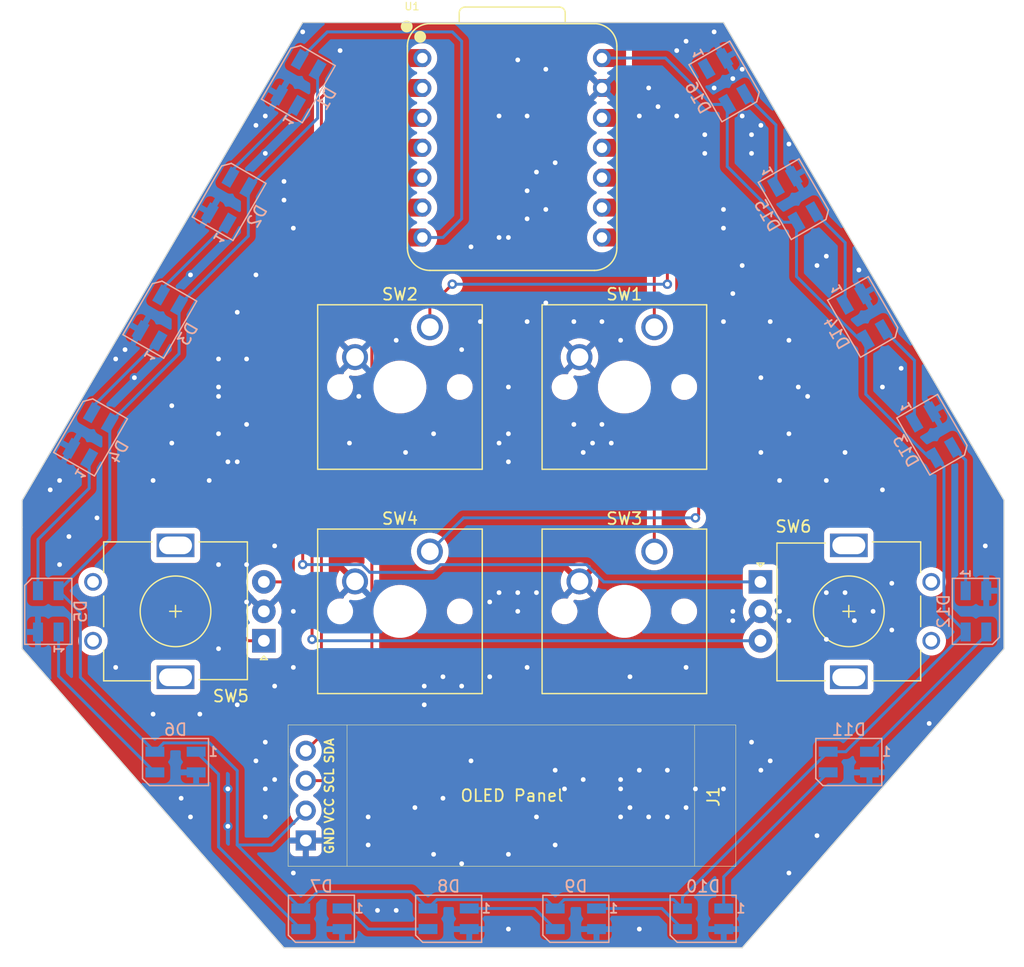
<source format=kicad_pcb>
(kicad_pcb (version 20241229) (generator "pcbnew") (generator_version "9.0")
  (layers (0 "F.Cu" signal) (2 "B.Cu" signal) (13 "F.Paste" user) (15 "B.Paste" user) (5 "F.SilkS" user "F.Silkscreen") (7 "B.SilkS" user "B.Silkscreen") (1 "F.Mask" user) (3 "B.Mask" user) (25 "Edge.Cuts" user))
  (net 0 "")
  (net 1 "GND")
  (net 2 "Net-(D1-DOUT)")
  (net 3 "NEOPIXEL")
  (net 4 "+5V")
  (net 5 "Net-(D2-DOUT)")
  (net 6 "Net-(D3-DOUT)")
  (net 7 "Net-(D4-DOUT)")
  (net 8 "Net-(D5-DOUT)")
  (net 9 "Net-(D6-DOUT)")
  (net 10 "Net-(D7-DOUT)")
  (net 11 "Net-(D8-DOUT)")
  (net 12 "Net-(D10-DIN)")
  (net 13 "Net-(D10-DOUT)")
  (net 14 "Net-(D11-DOUT)")
  (net 15 "Net-(D12-DOUT)")
  (net 16 "INP")
  (net 17 "Net-(D14-DOUT)")
  (net 18 "Net-(D15-DOUT)")
  (net 20 "SDA")
  (net 21 "SCL")
  (net 22 "SWITCH1")
  (net 23 "SWITCH2")
  (net 24 "SWITCH3")
  (net 25 "SWITCH4")
  (net 26 "EN01B")
  (net 27 "EN01A")
  (net 28 "EN02B")
  (net 29 "EN02A")
  (footprint "Rotary_Encoder:RotaryEncoder_Alps_EC11E_Vertical_H20mm" (layer "F.Cu") (at 136.395997 119.175098 180)
    (property "Reference" "SW5")
    (property "Value" "RotaryEncoder")
  )
  (footprint "Button_Switch_Keyboard:SW_Cherry_MX_1.00u_PCB" (layer "F.Cu") (at 169.536 111.5951)
    (property "Reference" "SW3")
    (property "Value" "SW_Push_45deg")
  )
  (footprint "Button_Switch_Keyboard:SW_Cherry_MX_1.00u_PCB" (layer "F.Cu") (at 150.486 111.5951)
    (property "Reference" "SW4")
    (property "Value" "SW_Push_45deg")
  )
  (footprint "Button_Switch_Keyboard:SW_Cherry_MX_1.00u_PCB" (layer "F.Cu") (at 169.536 92.5451)
    (property "Reference" "SW1")
    (property "Value" "SW_Push_45deg")
  )
  (footprint "Rotary_Encoder:RotaryEncoder_Alps_EC11E_Vertical_H20mm" (layer "F.Cu") (at 178.546 114.1751)
    (property "Reference" "SW6")
    (property "Value" "RotaryEncoder")
  )
  (footprint "Seeed Studio XIAO Series Library:XIAO-RP2040-DIP" (layer "F.Cu") (at 157.4696 77.3067)
    (property "Reference" "U1")
    (property "Value" "XIAO-RP2040-DIP")
  )
  (footprint "Button_Switch_Keyboard:SW_Cherry_MX_1.00u_PCB" (layer "F.Cu") (at 150.486 92.5451)
    (property "Reference" "SW2")
    (property "Value" "SW_Push_45deg")
  )
  (footprint "KiCad-SSD1306-0.91-OLED-4pin-128x32.pretty-master:SSD1306-0.91-OLED-4pin-128x32" (layer "F.Cu") (at 176.453897 138.325364 180)
    (property "Reference" "J1")
    (property "Value" "Conn_01x04_Pin")
  )
  (footprint "LED_SMD:LED_SK6812MINI_PLCC4_3.5x3.5mm_P1.75mm" (layer "B.Cu") (at 141.2786 142.7847 180)
    (property "Reference" "D7")
    (property "Value" "SK6812MINI")
  )
  (footprint "LED_SMD:LED_SK6812MINI_PLCC4_3.5x3.5mm_P1.75mm" (layer "B.Cu") (at 162.8786 142.7847 180)
    (property "Reference" "D9")
    (property "Value" "SK6812MINI")
  )
  (footprint "LED_SMD:LED_SK6812MINI_PLCC4_3.5x3.5mm_P1.75mm" (layer "B.Cu") (at 133.4434 81.756097 60)
    (property "Reference" "D2")
    (property "Value" "SK6812MINI")
  )
  (footprint "LED_SMD:LED_SK6812MINI_PLCC4_3.5x3.5mm_P1.75mm" (layer "B.Cu") (at 121.6834 101.756097 60)
    (property "Reference" "D4")
    (property "Value" "SK6812MINI")
  )
  (footprint "LED_SMD:LED_SK6812MINI_PLCC4_3.5x3.5mm_P1.75mm" (layer "B.Cu") (at 152.0786 142.7847 180)
    (property "Reference" "D8")
    (property "Value" "SK6812MINI")
  )
  (footprint "LED_SMD:LED_SK6812MINI_PLCC4_3.5x3.5mm_P1.75mm" (layer "B.Cu") (at 181.4902 81.6739 -60)
    (property "Reference" "D15")
    (property "Value" "SK6812MINI")
  )
  (footprint "LED_SMD:LED_SK6812MINI_PLCC4_3.5x3.5mm_P1.75mm" (layer "B.Cu") (at 173.6786 142.7847 180)
    (property "Reference" "D10")
    (property "Value" "SK6812MINI")
  )
  (footprint "LED_SMD:LED_SK6812MINI_PLCC4_3.5x3.5mm_P1.75mm" (layer "B.Cu") (at 175.6102 71.6739 -60)
    (property "Reference" "D16")
    (property "Value" "SK6812MINI")
  )
  (footprint "LED_SMD:LED_SK6812MINI_PLCC4_3.5x3.5mm_P1.75mm" (layer "B.Cu") (at 196.8376 116.6739 -90)
    (property "Reference" "D12")
    (property "Value" "SK6812MINI")
  )
  (footprint "LED_SMD:LED_SK6812MINI_PLCC4_3.5x3.5mm_P1.75mm" (layer "B.Cu") (at 187.3702 91.6739 -60)
    (property "Reference" "D14")
    (property "Value" "SK6812MINI")
  )
  (footprint "LED_SMD:LED_SK6812MINI_PLCC4_3.5x3.5mm_P1.75mm" (layer "B.Cu") (at 118.096 116.675097 90)
    (property "Reference" "D5")
    (property "Value" "SK6812MINI")
  )
  (footprint "LED_SMD:LED_SK6812MINI_PLCC4_3.5x3.5mm_P1.75mm" (layer "B.Cu") (at 193.2502 101.6739 -60)
    (property "Reference" "D13")
    (property "Value" "SK6812MINI")
  )
  (footprint "LED_SMD:LED_SK6812MINI_PLCC4_3.5x3.5mm_P1.75mm" (layer "B.Cu") (at 186.046 129.4739 180)
    (property "Reference" "D11")
    (property "Value" "SK6812MINI")
  )
  (footprint "LED_SMD:LED_SK6812MINI_PLCC4_3.5x3.5mm_P1.75mm" (layer "B.Cu") (at 127.5634 91.756097 60)
    (property "Reference" "D3")
    (property "Value" "SK6812MINI")
  )
  (footprint "LED_SMD:LED_SK6812MINI_PLCC4_3.5x3.5mm_P1.75mm" (layer "B.Cu") (at 139.3234 71.756097 60)
    (property "Reference" "D1")
    (property "Value" "SK6812MINI")
  )
  (footprint "LED_SMD:LED_SK6812MINI_PLCC4_3.5x3.5mm_P1.75mm" (layer "B.Cu") (at 128.896 129.4751 180)
    (property "Reference" "D6")
    (property "Value" "SK6812MINI")
  )
  (gr_line (start 199.2187 109.5306) (end 199.2187 107.237689) (stroke (width 0.1)) (layer "Edge.Cuts"))
  (gr_line (start 176.9951 145.2471) (end 199.2187 119.8487) (stroke (width 0.1)) (layer "Edge.Cuts"))
  (gr_line (start 196.8376 103.181) (end 199.2187 107.237689) (stroke (width 0.1)) (layer "Edge.Cuts"))
  (gr_line (start 139.691201 66.6708) (end 175.4077 66.6708) (stroke (width 0.1)) (layer "Edge.Cuts"))
  (gr_line (start 199.2187 119.8487) (end 199.2187 109.5306) (stroke (width 0.1)) (layer "Edge.Cuts"))
  (gr_line (start 115.880202 109.5306) (end 115.880202 107.237689) (stroke (width 0.1)) (layer "Edge.Cuts"))
  (gr_line (start 115.8802 119.848702) (end 115.880202 109.5306) (stroke (width 0.1)) (layer "Edge.Cuts"))
  (gr_line (start 118.2613 103.181) (end 115.880202 107.237689) (stroke (width 0.1)) (layer "Edge.Cuts"))
  (gr_line (start 138.103799 145.247098) (end 115.8802 119.848702) (stroke (width 0.1)) (layer "Edge.Cuts"))
  (gr_line (start 138.1038 145.2471) (end 176.9951 145.2471) (stroke (width 0.1)) (layer "Edge.Cuts"))
  (gr_line (start 118.2613 103.181) (end 139.691201 66.6708) (stroke (width 0.1)) (layer "Edge.Cuts"))
  (gr_line (start 196.8376 103.181) (end 175.4077 66.6708) (stroke (width 0.1)) (layer "Edge.Cuts"))
  (via (at 132.5479 101.5936) (size 0.8) (drill 0.4) (layers "F.Cu" "B.Cu") (net 1))
  (via (at 172.2329 133.3416) (size 0.8) (drill 0.4) (layers "F.Cu" "B.Cu") (net 1))
  (via (at 169.0581 134.1353) (size 0.8) (drill 0.4) (layers "F.Cu" "B.Cu") (net 1))
  (via (at 138.8975 138.8975) (size 0.8) (drill 0.4) (layers "F.Cu" "B.Cu") (net 1))
  (via (at 161.1211 78.5763) (size 0.8) (drill 0.4) (layers "F.Cu" "B.Cu") (net 1))
  (via (at 180.9636 117.4676) (size 0.8) (drill 0.4) (layers "F.Cu" "B.Cu") (net 1))
  (via (at 157.1526 103.9747) (size 0.8) (drill 0.4) (layers "F.Cu" "B.Cu") (net 1))
  (via (at 157.1526 97.6251) (size 0.8) (drill 0.4) (layers "F.Cu" "B.Cu") (net 1))
  (via (at 185.7258 103.181) (size 0.8) (drill 0.4) (layers "F.Cu" "B.Cu") (net 1))
  (via (at 163.5022 130.9605) (size 0.8) (drill 0.4) (layers "F.Cu" "B.Cu") (net 1))
  (via (at 176.2014 71.433) (size 0.8) (drill 0.4) (layers "F.Cu" "B.Cu") (net 1))
  (via (at 184.1384 86.5133) (size 0.8) (drill 0.4) (layers "F.Cu" "B.Cu") (net 1))
  (via (at 167.4707 122.2298) (size 0.8) (drill 0.4) (layers "F.Cu" "B.Cu") (net 1))
  (via (at 158.74 80.9574) (size 0.8) (drill 0.4) (layers "F.Cu" "B.Cu") (net 1))
  (via (at 171.4392 69.0519) (size 0.8) (drill 0.4) (layers "F.Cu" "B.Cu") (net 1))
  (via (at 176.2014 89.6881) (size 0.8) (drill 0.4) (layers "F.Cu" "B.Cu") (net 1))
  (via (at 161.9148 131.7542) (size 0.8) (drill 0.4) (layers "F.Cu" "B.Cu") (net 1))
  (via (at 125.4046 96.8314) (size 0.8) (drill 0.4) (layers "F.Cu" "B.Cu") (net 1))
  (via (at 184.1384 105.5621) (size 0.8) (drill 0.4) (layers "F.Cu" "B.Cu") (net 1))
  (via (at 164.2959 102.3873) (size 0.8) (drill 0.4) (layers "F.Cu" "B.Cu") (net 1))
  (via (at 157.9463 115.0865) (size 0.8) (drill 0.4) (layers "F.Cu" "B.Cu") (net 1))
  (via (at 157.1526 143.6597) (size 0.8) (drill 0.4) (layers "F.Cu" "B.Cu") (net 1))
  (via (at 158.74 121.4361) (size 0.8) (drill 0.4) (layers "F.Cu" "B.Cu") (net 1))
  (via (at 159.5337 115.0865) (size 0.8) (drill 0.4) (layers "F.Cu" "B.Cu") (net 1))
  (via (at 134.929 100.7999) (size 0.8) (drill 0.4) (layers "F.Cu" "B.Cu") (net 1))
  (via (at 153.9778 129.3731) (size 0.8) (drill 0.4) (layers "F.Cu" "B.Cu") (net 1))
  (via (at 178.5825 103.181) (size 0.8) (drill 0.4) (layers "F.Cu" "B.Cu") (net 1))
  (via (at 133.3416 103.9747) (size 0.8) (drill 0.4) (layers "F.Cu" "B.Cu") (net 1))
  (via (at 119.055 112.7054) (size 0.8) (drill 0.4) (layers "F.Cu" "B.Cu") (net 1))
  (via (at 153.9778 85.7196) (size 0.8) (drill 0.4) (layers "F.Cu" "B.Cu") (net 1))
  (via (at 169.0581 72.2267) (size 0.8) (drill 0.4) (layers "F.Cu" "B.Cu") (net 1))
  (via (at 132.5479 97.6251) (size 0.8) (drill 0.4) (layers "F.Cu" "B.Cu") (net 1))
  (via (at 188.9006 97.6251) (size 0.8) (drill 0.4) (layers "F.Cu" "B.Cu") (net 1))
  (via (at 142.866 69.0519) (size 0.8) (drill 0.4) (layers "F.Cu" "B.Cu") (net 1))
  (via (at 150.803 137.3101) (size 0.8) (drill 0.4) (layers "F.Cu" "B.Cu") (net 1))
  (via (at 182.551 98.4188) (size 0.8) (drill 0.4) (layers "F.Cu" "B.Cu") (net 1))
  (via (at 162.7085 92.0692) (size 0.8) (drill 0.4) (layers "F.Cu" "B.Cu") (net 1))
  (via (at 188.9006 106.3558) (size 0.8) (drill 0.4) (layers "F.Cu" "B.Cu") (net 1))
  (via (at 183.3447 135.7227) (size 0.8) (drill 0.4) (layers "F.Cu" "B.Cu") (net 1))
  (via (at 123.8172 121.4361) (size 0.8) (drill 0.4) (layers "F.Cu" "B.Cu") (net 1))
  (via (at 148.4219 103.181) (size 0.8) (drill 0.4) (layers "F.Cu" "B.Cu") (net 1))
  (via (at 147.6282 93.6566) (size 0.8) (drill 0.4) (layers "F.Cu" "B.Cu") (net 1))
  (via (at 136.5164 77.7826) (size 0.8) (drill 0.4) (layers "F.Cu" "B.Cu") (net 1))
  (via (at 166.677 93.6566) (size 0.8) (drill 0.4) (layers "F.Cu" "B.Cu") (net 1))
  (via (at 158.74 92.0692) (size 0.8) (drill 0.4) (layers "F.Cu" "B.Cu") (net 1))
  (via (at 156.3589 102.3873) (size 0.8) (drill 0.4) (layers "F.Cu" "B.Cu") (net 1))
  (via (at 134.929 115.8802) (size 0.8) (drill 0.4) (layers "F.Cu" "B.Cu") (net 1))
  (via (at 159.5337 79.37) (size 0.8) (drill 0.4) (layers "F.Cu" "B.Cu") (net 1))
  (via (at 180.9636 101.5936) (size 0.8) (drill 0.4) (layers "F.Cu" "B.Cu") (net 1))
  (via (at 173.8203 77.7826) (size 0.8) (drill 0.4) (layers "F.Cu" "B.Cu") (net 1))
  (via (at 160.3274 70.6393) (size 0.8) (drill 0.4) (layers "F.Cu" "B.Cu") (net 1))
  (via (at 181.7573 97.6251) (size 0.8) (drill 0.4) (layers "F.Cu" "B.Cu") (net 1))
  (via (at 119.055 105.5621) (size 0.8) (drill 0.4) (layers "F.Cu" "B.Cu") (net 1))
  (via (at 175.4077 82.5448) (size 0.8) (drill 0.4) (layers "F.Cu" "B.Cu") (net 1))
  (via (at 137.3101 130.9605) (size 0.8) (drill 0.4) (layers "F.Cu" "B.Cu") (net 1))
  (via (at 167.4707 133.3416) (size 0.8) (drill 0.4) (layers "F.Cu" "B.Cu") (net 1))
  (via (at 173.8203 76.1952) (size 0.8) (drill 0.4) (layers "F.Cu" "B.Cu") (net 1))
  (via (at 160.3274 82.5448) (size 0.8) (drill 0.4) (layers "F.Cu" "B.Cu") (net 1))
  (via (at 132.5479 95.244) (size 0.8) (drill 0.4) (layers "F.Cu" "B.Cu") (net 1))
  (via (at 138.8975 84.1322) (size 0.8) (drill 0.4) (layers "F.Cu" "B.Cu") (net 1))
  (via (at 157.1526 84.9259) (size 0.8) (drill 0.4) (layers "F.Cu" "B.Cu") (net 1))
  (via (at 131.7542 105.5621) (size 0.8) (drill 0.4) (layers "F.Cu" "B.Cu") (net 1))
  (via (at 153.1841 123.0235) (size 0.8) (drill 0.4) (layers "F.Cu" "B.Cu") (net 1))
  (via (at 124.6109 94.4503) (size 0.8) (drill 0.4) (layers "F.Cu" "B.Cu") (net 1))
  (via (at 145.2471 136.5164) (size 0.8) (drill 0.4) (layers "F.Cu" "B.Cu") (net 1))
  (via (at 126.992 125.4046) (size 0.8) (drill 0.4) (layers "F.Cu" "B.Cu") (net 1))
  (via (at 186.5195 117.4676) (size 0.8) (drill 0.4) (layers "F.Cu" "B.Cu") (net 1))
  (via (at 163.5022 103.181) (size 0.8) (drill 0.4) (layers "F.Cu" "B.Cu") (net 1))
  (via (at 171.4392 74.6078) (size 0.8) (drill 0.4) (layers "F.Cu" "B.Cu") (net 1))
  (via (at 128.5794 102.3873) (size 0.8) (drill 0.4) (layers "F.Cu" "B.Cu") (net 1))
  (via (at 176.2014 117.4676) (size 0.8) (drill 0.4) (layers "F.Cu" "B.Cu") (net 1))
  (via (at 172.2329 121.4361) (size 0.8) (drill 0.4) (layers "F.Cu" "B.Cu") (net 1))
  (via (at 134.929 95.244) (size 0.8) (drill 0.4) (layers "F.Cu" "B.Cu") (net 1))
  (via (at 170.6455 134.1353) (size 0.8) (drill 0.4) (layers "F.Cu" "B.Cu") (net 1))
  (via (at 132.5479 119.8487) (size 0.8) (drill 0.4) (layers "F.Cu" "B.Cu") (net 1))
  (via (at 147.6282 142.0723) (size 0.8) (drill 0.4) (layers "F.Cu" "B.Cu") (net 1))
  (via (at 135.7227 129.3731) (size 0.8) (drill 0.4) (layers "F.Cu" "B.Cu") (net 1))
  (via (at 126.992 105.5621) (size 0.8) (drill 0.4) (layers "F.Cu" "B.Cu") (net 1))
  (via (at 186.901437 87.68555) (size 0.8) (drill 0.4) (layers "F.Cu" "B.Cu") (net 1))
  (via (at 155.5652 115.8802) (size 0.8) (drill 0.4) (layers "F.Cu" "B.Cu") (net 1))
  (via (at 166.677 130.9605) (size 0.8) (drill 0.4) (layers "F.Cu" "B.Cu") (net 1))
  (via (at 169.8518 73.8141) (size 0.8) (drill 0.4) (layers "F.Cu" "B.Cu") (net 1))
  (via (at 130.1668 134.1353) (size 0.8) (drill 0.4) (layers "F.Cu" "B.Cu") (net 1))
  (via (at 158.74 83.3385) (size 0.8) (drill 0.4) (layers "F.Cu" "B.Cu") (net 1))
  (via (at 144.4534 98.4188) (size 0.8) (drill 0.4) (layers "F.Cu" "B.Cu") (net 1))
  (via (at 189.6943 118.2613) (size 0.8) (drill 0.4) (layers "F.Cu" "B.Cu") (net 1))
  (via (at 159.5337 134.1353) (size 0.8) (drill 0.4) (layers "F.Cu" "B.Cu") (net 1))
  (via (at 192.8691 126.1983) (size 0.8) (drill 0.4) (layers "F.Cu" "B.Cu") (net 1))
  (via (at 128.5794 99.2125) (size 0.8) (drill 0.4) (layers "F.Cu" "B.Cu") (net 1))
  (via (at 151.5967 122.2298) (size 0.8) (drill 0.4) (layers "F.Cu" "B.Cu") (net 1))
  (via (at 150.0093 123.0235) (size 0.8) (drill 0.4) (layers "F.Cu" "B.Cu") (net 1))
  (via (at 173.0266 131.7542) (size 0.8) (drill 0.4) (layers "F.Cu" "B.Cu") (net 1))
  (via (at 132.5479 98.4188) (size 0.8) (drill 0.4) (layers "F.Cu" "B.Cu") (net 1))
  (via (at 177.7888 127.7857) (size 0.8) (drill 0.4) (layers "F.Cu" "B.Cu") (net 1))
  (via (at 153.1841 138.1038) (size 0.8) (drill 0.4) (layers "F.Cu" "B.Cu") (net 1))
  (via (at 165.0896 92.0692) (size 0.8) (drill 0.4) (layers "F.Cu" "B.Cu") (net 1))
  (via (at 176.2014 116.6739) (size 0.8) (drill 0.4) (layers "F.Cu" "B.Cu") (net 1))
  (via (at 190.488 96.0377) (size 0.8) (drill 0.4) (layers "F.Cu" "B.Cu") (net 1))
  (via (at 170.6455 130.1668) (size 0.8) (drill 0.4) (layers "F.Cu" "B.Cu") (net 1))
  (via (at 133.3416 134.929) (size 0.8) (drill 0.4) (layers "F.Cu" "B.Cu") (net 1))
  (via (at 157.1526 101.5936) (size 0.8) (drill 0.4) (layers "F.Cu" "B.Cu") (net 1))
  (via (at 136.5164 131.7542) (size 0.8) (drill 0.4) (layers "F.Cu" "B.Cu") (net 1))
  (via (at 138.1038 80.1637) (size 0.8) (drill 0.4) (layers "F.Cu" "B.Cu") (net 1))
  (via (at 166.677 131.7542) (size 0.8) (drill 0.4) (layers "F.Cu" "B.Cu") (net 1))
  (via (at 149.2156 133.3416) (size 0.8) (drill 0.4) (layers "F.Cu" "B.Cu") (net 1))
  (via (at 133.3416 131.7542) (size 0.8) (drill 0.4) (layers "F.Cu" "B.Cu") (net 1))
  (via (at 135.7227 75.4015) (size 0.8) (drill 0.4) (layers "F.Cu" "B.Cu") (net 1))
  (via (at 180.9636 138.8975) (size 0.8) (drill 0.4) (layers "F.Cu" "B.Cu") (net 1))
  (via (at 166.677 134.1353) (size 0.8) (drill 0.4) (layers "F.Cu" "B.Cu") (net 1))
  (via (at 130.1668 88.1007) (size 0.8) (drill 0.4) (layers "F.Cu" "B.Cu") (net 1))
  (via (at 179.3762 129.3731) (size 0.8) (drill 0.4) (layers "F.Cu" "B.Cu") (net 1))
  (via (at 180.1699 116.6739) (size 0.8) (drill 0.4) (layers "F.Cu" "B.Cu") (net 1))
  (via (at 175.4077 84.1322) (size 0.8) (drill 0.4) (layers "F.Cu" "B.Cu") (net 1))
  (via (at 154.7715 92.0692) (size 0.8) (drill 0.4) (layers "F.Cu" "B.Cu") (net 1))
  (via (at 153.1841 94.4503) (size 0.8) (drill 0.4) (layers "F.Cu" "B.Cu") (net 1))
  (via (at 161.1211 130.1668) (size 0.8) (drill 0.4) (layers "F.Cu" "B.Cu") (net 1))
  (via (at 189.6943 114.2928) (size 0.8) (drill 0.4) (layers "F.Cu" "B.Cu") (net 1))
  (via (at 158.74 74.6078) (size 0.8) (drill 0.4) (layers "F.Cu" "B.Cu") (net 1))
  (via (at 162.7085 100.7999) (size 0.8) (drill 0.4) (layers "F.Cu" "B.Cu") (net 1))
  (via (at 134.1353 91.2755) (size 0.8) (drill 0.4) (layers "F.Cu" "B.Cu") (net 1))
  (via (at 136.5164 127.7857) (size 0.8) (drill 0.4) (layers "F.Cu" "B.Cu") (net 1))
  (via (at 134.1353 103.9747) (size 0.8) (drill 0.4) (layers "F.Cu" "B.Cu") (net 1))
  (via (at 130.9605 125.4046) (size 0.8) (drill 0.4) (layers "F.Cu" "B.Cu") (net 1))
  (via (at 172.2329 68.2582) (size 0.8) (drill 0.4) (layers "F.Cu" "B.Cu") (net 1))
  (via (at 176.9951 74.6078) (size 0.8) (drill 0.4) (layers "F.Cu" "B.Cu") (net 1))
  (via (at 137.3101 111.118) (size 0.8) (drill 0.4) (layers "F.Cu" "B.Cu") (net 1))
  (via (at 165.8833 102.3873) (size 0.8) (drill 0.4) (layers "F.Cu" "B.Cu") (net 1))
  (via (at 150.803 101.5936) (size 0.8) (drill 0.4) (layers "F.Cu" "B.Cu") (net 1))
  (via (at 175.4077 92.0692) (size 0.8) (drill 0.4) (layers "F.Cu" "B.Cu") (net 1))
  (via (at 177.7888 77.7826) (size 0.8) (drill 0.4) (layers "F.Cu" "B.Cu") (net 1))
  (via (at 123.8172 95.244) (size 0.8) (drill 0.4) (layers "F.Cu" "B.Cu") (net 1))
  (via (at 180.1699 105.5621) (size 0.8) (drill 0.4) (layers "F.Cu" "B.Cu") (net 1))
  (via (at 155.5652 122.2298) (size 0.8) (drill 0.4) (layers "F.Cu" "B.Cu") (net 1))
  (via (at 185.7258 115.0865) (size 0.8) (drill 0.4) (layers "F.Cu" "B.Cu") (net 1))
  (via (at 178.5825 75.4015) (size 0.8) (drill 0.4) (layers "F.Cu" "B.Cu") (net 1))
  (via (at 178.5825 130.1668) (size 0.8) (drill 0.4) (layers "F.Cu" "B.Cu") (net 1))
  (via (at 129.3731 132.5479) (size 0.8) (drill 0.4) (layers "F.Cu" "B.Cu") (net 1))
  (via (at 157.9463 69.8456) (size 0.8) (drill 0.4) (layers "F.Cu" "B.Cu") (net 1))
  (via (at 145.2471 134.1353) (size 0.8) (drill 0.4) (layers "F.Cu" "B.Cu") (net 1))
  (via (at 138.8975 121.4361) (size 0.8) (drill 0.4) (layers "F.Cu" "B.Cu") (net 1))
  (via (at 138.1038 81.7511) (size 0.8) (drill 0.4) (layers "F.Cu" "B.Cu") (net 1))
  (via (at 188.1069 116.6739) (size 0.8) (drill 0.4) (layers "F.Cu" "B.Cu") (net 1))
  (via (at 156.3589 84.9259) (size 0.8) (drill 0.4) (layers "F.Cu" "B.Cu") (net 1))
  (via (at 136.5164 134.1353) (size 0.8) (drill 0.4) (layers "F.Cu" "B.Cu") (net 1))
  (via (at 165.0896 100.7999) (size 0.8) (drill 0.4) (layers "F.Cu" "B.Cu") (net 1))
  (via (at 156.3589 115.0865) (size 0.8) (drill 0.4) (layers "F.Cu" "B.Cu") (net 1))
  (via (at 118.2613 106.3558) (size 0.8) (drill 0.4) (layers "F.Cu" "B.Cu") (net 1))
  (via (at 179.3762 92.0692) (size 0.8) (drill 0.4) (layers "F.Cu" "B.Cu") (net 1))
  (via (at 138.8975 116.6739) (size 0.8) (drill 0.4) (layers "F.Cu" "B.Cu") (net 1))
  (via (at 180.9636 93.6566) (size 0.8) (drill 0.4) (layers "F.Cu" "B.Cu") (net 1))
  (via (at 197.6313 111.118) (size 0.8) (drill 0.4) (layers "F.Cu" "B.Cu") (net 1))
  (via (at 132.5479 112.7054) (size 0.8) (drill 0.4) (layers "F.Cu" "B.Cu") (net 1))
  (via (at 119.8487 110.3243) (size 0.8) (drill 0.4) (layers "F.Cu" "B.Cu") (net 1))
  (via (at 160.3274 90.4818) (size 0.8) (drill 0.4) (layers "F.Cu" "B.Cu") (net 1))
  (via (at 146.0408 142.0723) (size 0.8) (drill 0.4) (layers "F.Cu" "B.Cu") (net 1))
  (via (at 176.9951 70.6393) (size 0.8) (drill 0.4) (layers "F.Cu" "B.Cu") (net 1))
  (via (at 178.5825 96.8314) (size 0.8) (drill 0.4) (layers "F.Cu" "B.Cu") (net 1))
  (via (at 134.929 112.7054) (size 0.8) (drill 0.4) (layers "F.Cu" "B.Cu") (net 1))
  (via (at 183.3447 87.307) (size 0.8) (drill 0.4) (layers "F.Cu" "B.Cu") (net 1))
  (via (at 180.9636 76.9889) (size 0.8) (drill 0.4) (layers "F.Cu" "B.Cu") (net 1))
  (via (at 161.1211 136.5164) (size 0.8) (drill 0.4) (layers "F.Cu" "B.Cu") (net 1))
  (via (at 168.2644 143.6597) (size 0.8) (drill 0.4) (layers "F.Cu" "B.Cu") (net 1))
  (via (at 137.3101 123.0235) (size 0.8) (drill 0.4) (layers "F.Cu" "B.Cu") (net 1))
  (via (at 156.3589 74.6078) (size 0.8) (drill 0.4) (layers "F.Cu" "B.Cu") (net 1))
  (via (at 134.1353 124.6109) (size 0.8) (drill 0.4) (layers "F.Cu" "B.Cu") (net 1))
  (via (at 157.9463 116.6739) (size 0.8) (drill 0.4) (layers "F.Cu" "B.Cu") (net 1))
  (via (at 174.614 72.2267) (size 0.8) (drill 0.4) (layers "F.Cu" "B.Cu") (net 1))
  (via (at 122.2298 108.7369) (size 0.8) (drill 0.4) (layers "F.Cu" "B.Cu") (net 1))
  (via (at 151.5967 132.5479) (size 0.8) (drill 0.4) (layers "F.Cu" "B.Cu") (net 1))
  (via (at 177.7888 76.1952) (size 0.8) (drill 0.4) (layers "F.Cu" "B.Cu") (net 1))
  (via (at 168.2644 74.6078) (size 0.8) (drill 0.4) (layers "F.Cu" "B.Cu") (net 1))
  (via (at 150.0093 124.6109) (size 0.8) (drill 0.4) (layers "F.Cu" "B.Cu") (net 1))
  (via (at 157.1526 137.3101) (size 0.8) (drill 0.4) (layers "F.Cu" "B.Cu") (net 1))
  (via (at 176.9951 87.307) (size 0.8) (drill 0.4) (layers "F.Cu" "B.Cu") (net 1))
  (via (at 174.614 67.4645) (size 0.8) (drill 0.4) (layers "F.Cu" "B.Cu") (net 1))
  (via (at 143.6597 102.3873) (size 0.8) (drill 0.4) (layers "F.Cu" "B.Cu") (net 1))
  (via (at 139.6912 67.4645) (size 0.8) (drill 0.4) (layers "F.Cu" "B.Cu") (net 1))
  (via (at 184.1384 119.055) (size 0.8) (drill 0.4) (layers "F.Cu" "B.Cu") (net 1))
  (via (at 135.7227 88.1007) (size 0.8) (drill 0.4) (layers "F.Cu" "B.Cu") (net 1))
  (via (at 175.4077 131.7542) (size 0.8) (drill 0.4) (layers "F.Cu" "B.Cu") (net 1))
  (via (at 184.1384 115.0865) (size 0.8) (drill 0.4) (layers "F.Cu" "B.Cu") (net 1))
  (via (at 136.5164 74.6078) (size 0.8) (drill 0.4) (layers "F.Cu" "B.Cu") (net 1))
  (via (at 168.2644 130.1668) (size 0.8) (drill 0.4) (layers "F.Cu" "B.Cu") (net 1))
  (segment (start 133.560628 79.354685) (end 133.560628 79.803053) (width 0.25) (layer "B.Cu") (net 2))
  (segment (start 139.206172 73.709141) (end 133.560628 79.354685) (width 0.25) (layer "B.Cu") (net 2))
  (segment (start 153.1841 83.3385) (end 151.5959 84.9267) (width 0.25) (layer "B.Cu") (net 3))
  (segment (start 153.1841 68.2582) (end 153.1841 83.3385) (width 0.25) (layer "B.Cu") (net 3))
  (segment (start 152.3904 67.4645) (end 153.1841 68.2582) (width 0.25) (layer "B.Cu") (net 3))
  (segment (start 139.440628 69.803053) (end 141.779181 67.4645) (width 0.25) (layer "B.Cu") (net 3))
  (segment (start 151.5959 84.9267) (end 149.8496 84.9267) (width 0.25) (layer "B.Cu") (net 3))
  (segment (start 141.779181 67.4645) (end 152.3904 67.4645) (width 0.25) (layer "B.Cu") (net 3))
  (segment (start 118.971 114.925097) (end 123.316176 110.579921) (width 0.25) (layer "B.Cu") (net 4))
  (segment (start 127.896996 127.849101) (end 127.145998 128.600099) (width 0.25) (layer "B.Cu") (net 4))
  (segment (start 195.962599 118.423901) (end 185.7876 128.5989) (width 0.25) (layer "B.Cu") (net 4))
  (segment (start 171.1776 141.1587) (end 161.8796 141.1587) (width 0.25) (layer "B.Cu") (net 4))
  (segment (start 160.3776 141.1587) (end 151.0796 141.1587) (width 0.25) (layer "B.Cu") (net 4))
  (segment (start 193.367428 103.626946) (end 192.87668 103.626946) (width 0.25) (layer "B.Cu") (net 4))
  (segment (start 123.316176 110.579921) (end 123.316176 100.678051) (width 0.25) (layer "B.Cu") (net 4))
  (segment (start 148.9038 140.4849) (end 140.9534 140.4849) (width 0.25) (layer "B.Cu") (net 4))
  (segment (start 193.367428 103.626946) (end 194.122 104.381518) (width 0.25) (layer "B.Cu") (net 4))
  (segment (start 184.296 128.5989) (end 171.9286 140.9663) (width 0.25) (layer "B.Cu") (net 4))
  (segment (start 161.1286 141.9097) (end 160.3776 141.1587) (width 0.25) (layer "B.Cu") (net 4))
  (segment (start 174.426846 73.626946) (end 175.727428 73.626946) (width 0.25) (layer "B.Cu") (net 4))
  (segment (start 161.8796 141.1587) (end 161.1286 141.9097) (width 0.25) (layer "B.Cu") (net 4))
  (segment (start 192.87668 103.626946) (end 187.487428 98.237694) (width 0.25) (layer "B.Cu") (net 4))
  (segment (start 139.5286 141.9097) (end 134.1353 136.5164) (width 0.25) (layer "B.Cu") (net 4))
  (segment (start 135.076173 80.678052) (end 140.956173 74.798052) (width 0.25) (layer "B.Cu") (net 4))
  (segment (start 135.076173 84.798055) (end 135.076173 80.678052) (width 0.25) (layer "B.Cu") (net 4))
  (segment (start 181.607428 83.626946) (end 181.607428 88.237694) (width 0.25) (layer "B.Cu") (net 4))
  (segment (start 175.727428 78.896028) (end 180.458346 83.626946) (width 0.25) (layer "B.Cu") (net 4))
  (segment (start 170.4866 69.6867) (end 174.426846 73.626946) (width 0.25) (layer "B.Cu") (net 4))
  (segment (start 140.956173 74.798052) (end 140.956173 70.678052) (width 0.25) (layer "B.Cu") (net 4))
  (segment (start 187.487428 98.237694) (end 187.487428 93.626946) (width 0.25) (layer "B.Cu") (net 4))
  (segment (start 150.3286 141.9097) (end 148.9038 140.4849) (width 0.25) (layer "B.Cu") (net 4))
  (segment (start 123.316176 100.678051) (end 129.196177 94.79805) (width 0.25) (layer "B.Cu") (net 4))
  (segment (start 140.9534 140.4849) (end 139.5286 141.9097) (width 0.25) (layer "B.Cu") (net 4))
  (segment (start 131.771999 127.849101) (end 127.896996 127.849101) (width 0.25) (layer "B.Cu") (net 4))
  (segment (start 134.1353 136.5164) (end 134.1353 130.212402) (width 0.25) (layer "B.Cu") (net 4))
  (segment (start 137.032861 136.5164) (end 134.1353 136.5164) (width 0.25) (layer "B.Cu") (net 4))
  (segment (start 120.819998 116.774095) (end 118.971 114.925097) (width 0.25) (layer "B.Cu") (net 4))
  (segment (start 194.122 104.381518) (end 194.122 116.583302) (width 0.25) (layer "B.Cu") (net 4))
  (segment (start 180.458346 83.626946) (end 181.607428 83.626946) (width 0.25) (layer "B.Cu") (net 4))
  (segment (start 185.7876 128.5989) (end 184.296 128.5989) (width 0.25) (layer "B.Cu") (net 4))
  (segment (start 139.953897 133.595364) (end 137.032861 136.5164) (width 0.25) (layer "B.Cu") (net 4))
  (segment (start 129.196177 90.678051) (end 135.076173 84.798055) (width 0.25) (layer "B.Cu") (net 4))
  (segment (start 129.196177 94.79805) (end 129.196177 90.678051) (width 0.25) (layer "B.Cu") (net 4))
  (segment (start 194.122 116.583302) (end 195.962599 118.423901) (width 0.25) (layer "B.Cu") (net 4))
  (segment (start 151.0796 141.1587) (end 150.3286 141.9097) (width 0.25) (layer "B.Cu") (net 4))
  (segment (start 171.9286 140.9663) (end 171.9286 141.9097) (width 0.25) (layer "B.Cu") (net 4))
  (segment (start 181.607428 88.237694) (end 186.99668 93.626946) (width 0.25) (layer "B.Cu") (net 4))
  (segment (start 120.819998 122.274099) (end 120.819998 116.774095) (width 0.25) (layer "B.Cu") (net 4))
  (segment (start 127.145998 128.600099) (end 120.819998 122.274099) (width 0.25) (layer "B.Cu") (net 4))
  (segment (start 171.9286 141.9097) (end 171.1776 141.1587) (width 0.25) (layer "B.Cu") (net 4))
  (segment (start 186.99668 93.626946) (end 187.487428 93.626946) (width 0.25) (layer "B.Cu") (net 4))
  (segment (start 134.1353 130.212402) (end 131.771999 127.849101) (width 0.25) (layer "B.Cu") (net 4))
  (segment (start 165.0896 69.6867) (end 170.4866 69.6867) (width 0.25) (layer "B.Cu") (net 4))
  (segment (start 175.727428 73.626946) (end 175.727428 78.896028) (width 0.25) (layer "B.Cu") (net 4))
  (segment (start 133.326172 83.709141) (end 127.680628 89.354685) (width 0.25) (layer "B.Cu") (net 5))
  (segment (start 127.680628 89.354685) (end 127.680628 89.803054) (width 0.25) (layer "B.Cu") (net 5))
  (segment (start 127.446172 93.70914) (end 121.800628 99.354684) (width 0.25) (layer "B.Cu") (net 6))
  (segment (start 121.800628 99.354684) (end 121.800628 99.803054) (width 0.25) (layer "B.Cu") (net 6))
  (segment (start 117.221 110.5709) (end 117.221 114.925097) (width 0.25) (layer "B.Cu") (net 7))
  (segment (start 121.566172 106.225728) (end 117.221 110.5709) (width 0.25) (layer "B.Cu") (net 7))
  (segment (start 121.566172 103.70914) (end 121.566172 106.225728) (width 0.25) (layer "B.Cu") (net 7))
  (segment (start 118.971 118.425097) (end 118.971 122.175098) (width 0.25) (layer "B.Cu") (net 8))
  (segment (start 118.971 122.175098) (end 127.146001 130.350099) (width 0.25) (layer "B.Cu") (net 8))
  (segment (start 132.5479 136.679) (end 139.5286 143.6597) (width 0.25) (layer "B.Cu") (net 9))
  (segment (start 130.645999 128.600101) (end 132.5479 130.502002) (width 0.25) (layer "B.Cu") (net 9))
  (segment (start 132.5479 130.502002) (end 132.5479 136.679) (width 0.25) (layer "B.Cu") (net 9))
  (segment (start 143.4971 141.9097) (end 145.2471 143.6597) (width 0.25) (layer "B.Cu") (net 10))
  (segment (start 145.2471 143.6597) (end 150.3286 143.6597) (width 0.25) (layer "B.Cu") (net 10))
  (segment (start 143.0286 141.9097) (end 143.4971 141.9097) (width 0.25) (layer "B.Cu") (net 10))
  (segment (start 153.8286 141.9097) (end 159.3786 141.9097) (width 0.25) (layer "B.Cu") (net 11))
  (segment (start 159.3786 141.9097) (end 161.1286 143.6597) (width 0.25) (layer "B.Cu") (net 11))
  (segment (start 164.6286 141.9097) (end 170.1786 141.9097) (width 0.25) (layer "B.Cu") (net 12))
  (segment (start 170.1786 141.9097) (end 171.9286 143.6597) (width 0.25) (layer "B.Cu") (net 12))
  (segment (start 175.4286 141.9097) (end 175.4286 139.2163) (width 0.25) (layer "B.Cu") (net 13))
  (segment (start 175.4286 139.2163) (end 184.296 130.3489) (width 0.25) (layer "B.Cu") (net 13))
  (segment (start 187.796 128.5989) (end 197.712599 118.682301) (width 0.25) (layer "B.Cu") (net 14))
  (segment (start 197.712599 118.682301) (end 197.712599 118.423899) (width 0.25) (layer "B.Cu") (net 14))
  (segment (start 195.962601 103.831574) (end 194.882971 102.751944) (width 0.25) (layer "B.Cu") (net 15))
  (segment (start 195.962601 114.923901) (end 195.962601 103.831574) (width 0.25) (layer "B.Cu") (net 15))
  (segment (start 191.617429 95.366402) (end 189.002971 92.751944) (width 0.25) (layer "B.Cu") (net 16))
  (segment (start 191.617429 100.595856) (end 191.617429 95.366402) (width 0.25) (layer "B.Cu") (net 16))
  (segment (start 185.737429 85.366402) (end 183.122971 82.751944) (width 0.25) (layer "B.Cu") (net 17))
  (segment (start 185.737429 90.595856) (end 185.737429 85.366402) (width 0.25) (layer "B.Cu") (net 17))
  (segment (start 179.857429 75.366402) (end 177.242971 72.751944) (width 0.25) (layer "B.Cu") (net 18))
  (segment (start 179.857429 80.595856) (end 179.857429 75.366402) (width 0.25) (layer "B.Cu") (net 18))
  (segment (start 144.4534 80.9574) (end 144.4534 90.4818) (width 0.25) (layer "F.Cu") (net 20))
  (segment (start 149.8496 79.8467) (end 145.5641 79.8467) (width 0.25) (layer "F.Cu") (net 20))
  (segment (start 141.2786 93.6566) (end 141.2786 127.190661) (width 0.25) (layer "F.Cu") (net 20))
  (segment (start 144.4534 90.4818) (end 141.2786 93.6566) (width 0.25) (layer "F.Cu") (net 20))
  (segment (start 145.5641 79.8467) (end 144.4534 80.9574) (width 0.25) (layer "F.Cu") (net 20))
  (segment (start 141.2786 127.190661) (end 139.953897 128.515364) (width 0.25) (layer "F.Cu") (net 20))
  (segment (start 145.562 129.8519) (end 144.358536 131.055364) (width 0.25) (layer "F.Cu") (net 21))
  (segment (start 148.77197 82.3867) (end 148.61387 82.5448) (width 0.25) (layer "F.Cu") (net 21))
  (segment (start 144.358536 131.055364) (end 139.953897 131.055364) (width 0.25) (layer "F.Cu") (net 21))
  (segment (start 149.8496 82.3867) (end 148.77197 82.3867) (width 0.25) (layer "F.Cu") (net 21))
  (segment (start 146.1989 82.3867) (end 145.562 83.0236) (width 0.25) (layer "F.Cu") (net 21))
  (segment (start 149.8496 82.3867) (end 146.1989 82.3867) (width 0.25) (layer "F.Cu") (net 21))
  (segment (start 145.562 83.0236) (end 145.562 129.8519) (width 0.25) (layer "F.Cu") (net 21))
  (segment (start 169.536 85.4038) (end 169.0581 84.9259) (width 0.25) (layer "F.Cu") (net 22))
  (segment (start 169.0573 84.9267) (end 165.0896 84.9267) (width 0.25) (layer "F.Cu") (net 22))
  (segment (start 169.0581 84.9259) (end 169.0573 84.9267) (width 0.25) (layer "F.Cu") (net 22))
  (segment (start 169.536 92.5451) (end 169.536 85.4038) (width 0.25) (layer "F.Cu") (net 22))
  (segment (start 150.486 90.7988) (end 152.3904 88.8944) (width 0.25) (layer "F.Cu") (net 23))
  (segment (start 150.486 92.5451) (end 150.486 90.7988) (width 0.25) (layer "F.Cu") (net 23))
  (segment (start 170.6455 83.3385) (end 169.6937 82.3867) (width 0.25) (layer "F.Cu") (net 23))
  (segment (start 169.6937 82.3867) (end 165.0896 82.3867) (width 0.25) (layer "F.Cu") (net 23))
  (segment (start 170.6455 88.8944) (end 170.6455 83.3385) (width 0.25) (layer "F.Cu") (net 23))
  (via (at 170.6455 88.8944) (size 0.8) (drill 0.4) (layers "F.Cu" "B.Cu") (net 23))
  (via (at 152.3904 88.8944) (size 0.8) (drill 0.4) (layers "F.Cu" "B.Cu") (net 23))
  (segment (start 152.3904 88.8944) (end 170.6455 88.8944) (width 0.25) (layer "B.Cu") (net 23))
  (segment (start 165.9246 79.8467) (end 170.3285 79.8467) (width 0.25) (layer "F.Cu") (net 24))
  (segment (start 171.4392 80.9574) (end 171.4392 96.528074) (width 0.25) (layer "F.Cu") (net 24))
  (segment (start 169.536 98.431274) (end 169.536 111.5951) (width 0.25) (layer "F.Cu") (net 24))
  (segment (start 171.4392 96.528074) (end 169.536 98.431274) (width 0.25) (layer "F.Cu") (net 24))
  (segment (start 170.3285 79.8467) (end 171.4392 80.9574) (width 0.25) (layer "F.Cu") (net 24))
  (segment (start 173.302 96.3131) (end 172.2329 95.244) (width 0.25) (layer "F.Cu") (net 25))
  (segment (start 172.2329 78.5763) (end 170.9633 77.3067) (width 0.25) (layer "F.Cu") (net 25))
  (segment (start 170.9633 77.3067) (end 165.0896 77.3067) (width 0.25) (layer "F.Cu") (net 25))
  (segment (start 172.2329 95.244) (end 172.2329 78.5763) (width 0.25) (layer "F.Cu") (net 25))
  (segment (start 173.0266 108.7369) (end 173.302 108.4615) (width 0.25) (layer "F.Cu") (net 25))
  (segment (start 173.302 108.4615) (end 173.302 96.3131) (width 0.25) (layer "F.Cu") (net 25))
  (via (at 173.0266 108.7369) (size 0.8) (drill 0.4) (layers "F.Cu" "B.Cu") (net 25))
  (segment (start 153.3442 108.7369) (end 173.0266 108.7369) (width 0.25) (layer "B.Cu") (net 25))
  (segment (start 150.486 111.5951) (end 153.3442 108.7369) (width 0.25) (layer "B.Cu") (net 25))
  (segment (start 138.8975 91.2755) (end 138.8975 113.4991) (width 0.25) (layer "F.Cu") (net 26))
  (segment (start 138.221502 114.175098) (end 136.395997 114.175098) (width 0.25) (layer "F.Cu") (net 26))
  (segment (start 142.0723 88.1007) (end 138.8975 91.2755) (width 0.25) (layer "F.Cu") (net 26))
  (segment (start 144.4534 72.2267) (end 142.0723 74.6078) (width 0.25) (layer "F.Cu") (net 26))
  (segment (start 149.8496 72.2267) (end 144.4534 72.2267) (width 0.25) (layer "F.Cu") (net 26))
  (segment (start 142.0723 74.6078) (end 142.0723 88.1007) (width 0.25) (layer "F.Cu") (net 26))
  (segment (start 138.8975 113.4991) (end 138.221502 114.175098) (width 0.25) (layer "F.Cu") (net 26))
  (segment (start 138.1038 107.9432) (end 138.1038 90.4818) (width 0.25) (layer "F.Cu") (net 27))
  (segment (start 141.2786 87.307) (end 141.2786 73.0204) (width 0.25) (layer "F.Cu") (net 27))
  (segment (start 138.1038 90.4818) (end 141.2786 87.307) (width 0.25) (layer "F.Cu") (net 27))
  (segment (start 134.1353 111.9117) (end 138.1038 107.9432) (width 0.25) (layer "F.Cu") (net 27))
  (segment (start 141.2786 73.0204) (end 144.6123 69.6867) (width 0.25) (layer "F.Cu") (net 27))
  (segment (start 136.395997 119.175098) (end 135.049098 119.175098) (width 0.25) (layer "F.Cu") (net 27))
  (segment (start 144.6123 69.6867) (end 149.8496 69.6867) (width 0.25) (layer "F.Cu") (net 27))
  (segment (start 134.1353 118.2613) (end 134.1353 111.9117) (width 0.25) (layer "F.Cu") (net 27))
  (segment (start 135.049098 119.175098) (end 134.1353 118.2613) (width 0.25) (layer "F.Cu") (net 27))
  (segment (start 140.4849 92.8629) (end 143.6597 89.6881) (width 0.25) (layer "F.Cu") (net 28))
  (segment (start 143.6597 78.5763) (end 144.9293 77.3067) (width 0.25) (layer "F.Cu") (net 28))
  (segment (start 140.4849 119.055) (end 140.4849 92.8629) (width 0.25) (layer "F.Cu") (net 28))
  (segment (start 144.9293 77.3067) (end 149.8496 77.3067) (width 0.25) (layer "F.Cu") (net 28))
  (segment (start 143.6597 89.6881) (end 143.6597 78.5763) (width 0.25) (layer "F.Cu") (net 28))
  (via (at 140.4849 119.055) (size 0.8) (drill 0.4) (layers "F.Cu" "B.Cu") (net 28))
  (segment (start 178.546 119.1751) (end 140.605 119.1751) (width 0.25) (layer "B.Cu") (net 28))
  (segment (start 140.605 119.1751) (end 140.4849 119.055) (width 0.25) (layer "B.Cu") (net 28))
  (segment (start 142.866 88.8944) (end 142.866 76.9889) (width 0.25) (layer "F.Cu") (net 29))
  (segment (start 145.0882 74.7667) (end 149.8496 74.7667) (width 0.25) (layer "F.Cu") (net 29))
  (segment (start 142.866 76.9889) (end 145.0882 74.7667) (width 0.25) (layer "F.Cu") (net 29))
  (segment (start 139.6912 112.7054) (end 139.6912 92.0692) (width 0.25) (layer "F.Cu") (net 29))
  (segment (start 139.6912 92.0692) (end 142.866 88.8944) (width 0.25) (layer "F.Cu") (net 29))
  (via (at 139.6912 112.7054) (size 0.8) (drill 0.4) (layers "F.Cu" "B.Cu") (net 29))
  (segment (start 150.733454 113.364315) (end 145.381884 113.364315) (width 0.25) (layer "B.Cu") (net 29))
  (segment (start 163.776669 112.7091) (end 151.388669 112.7091) (width 0.25) (layer "B.Cu") (net 29))
  (segment (start 145.381884 113.364315) (end 144.722969 112.7054) (width 0.25) (layer "B.Cu") (net 29))
  (segment (start 165.242669 114.1751) (end 163.776669 112.7091) (width 0.25) (layer "B.Cu") (net 29))
  (segment (start 144.722969 112.7054) (end 139.6912 112.7054) (width 0.25) (layer "B.Cu") (net 29))
  (segment (start 178.546 114.1751) (end 165.242669 114.1751) (width 0.25) (layer "B.Cu") (net 29))
  (segment (start 151.388669 112.7091) (end 150.733454 113.364315) (width 0.25) (layer "B.Cu") (net 29))
  (zone (net 1) (net_name "GND") (layers "F.Cu" "B.Cu") (connect_pads (clearance 0.5)) (min_thickness 0.25) (fill yes (thermal_gap 0.5) (thermal_bridge_width 0.5))
    (polygon (pts (xy 139.6912 66.6708) (xy 115.8802 107.1495) (xy 115.8802 119.8487) (xy 138.1038 145.2471) (xy 176.9951 145.2471) (xy 199.2187 119.8487) (xy 199.2187 107.1495) (xy 175.4077 66.6708)))
  )
)
</source>
